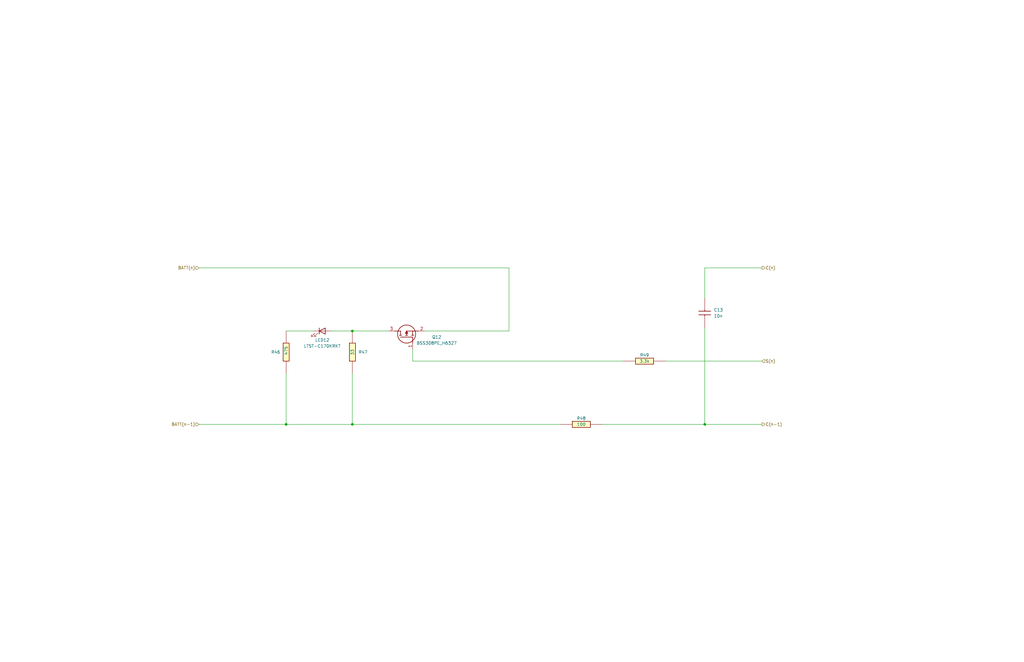
<source format=kicad_sch>
(kicad_sch (version 20230121) (generator eeschema)
  (paper "B")
  (title_block (title "Filter and Balance Cell") (date "2024-08-10") (rev "A") (company "AeroNU - FixedWing"))
  (lib_symbols
    (symbol "FixedWing:AC0805KRX7R8BB103" (pin_numbers hide) (pin_names (offset 0) hide)
      (property "Reference" "C" (at 8.89 6.35 0))
      (property "Value" "10n" (at 8.89 3.81 0))
      (symbol "AC0805KRX7R8BB103_1_1"
        (polyline (pts (xy 5.08 0) (xy 5.588 0)) (stroke (width 0.254)))
        (polyline (pts (xy 5.588 2.54) (xy 5.588 -2.54)) (stroke (width 0.254)))
        (polyline (pts (xy 7.112 0) (xy 7.62 0)) (stroke (width 0.254)))
        (polyline (pts (xy 7.112 2.54) (xy 7.112 -2.54)) (stroke (width 0.254)))
        (pin passive line (at 0 0 0) (length 5.08) (name "1") (number "1"))
        (pin passive line (at 12.7 0 180) (length 5.08) (name "2") (number "2"))
      )
    )
    (symbol "FixedWing:BSS308PE_H6327" (pin_names hide)
      (property "Reference" "Q" (at 11.43 3.81 0))
      (property "Value" "BSS308PE_H6327" (at 11.43 1.27 0))
      (symbol "BSS308PE_H6327_1_1"
        (polyline (pts (xy 2.54 0) (xy 5.08 0)) (stroke (width 0.254)))
        (polyline (pts (xy 5.08 5.08) (xy 5.08 0)) (stroke (width 0.254)))
        (polyline (pts (xy 5.842 -0.508) (xy 5.842 0.508)) (stroke (width 0.254)))
        (polyline (pts (xy 5.842 0) (xy 7.62 0)) (stroke (width 0.254)))
        (polyline (pts (xy 5.842 2.032) (xy 5.842 3.048)) (stroke (width 0.254)))
        (polyline (pts (xy 5.842 5.588) (xy 5.842 4.572)) (stroke (width 0.254)))
        (polyline (pts (xy 7.62 2.54) (xy 5.842 2.54)) (stroke (width 0.254)))
        (polyline (pts (xy 7.62 2.54) (xy 7.62 -2.54)) (stroke (width 0.254)))
        (polyline (pts (xy 7.62 5.08) (xy 5.842 5.08)) (stroke (width 0.254)))
        (polyline (pts (xy 7.62 5.08) (xy 7.62 7.62)) (stroke (width 0.254)))
        (polyline (pts (xy 7.62 2.54) (xy 6.604 3.048) (xy 6.604 2.032) (xy 7.62 2.54)) (stroke (width 0.254)) (fill (type outline)))
        (circle (center 6.35 2.54) (radius 3.81) (stroke (width 0.254)))
        (pin passive line (at 0 0 0) (length 2.54) (name "G") (number "1"))
        (pin passive line (at 7.62 -5.08 90) (length 2.54) (name "S") (number "2"))
        (pin passive line (at 7.62 10.16 270) (length 2.54) (name "D") (number "3"))
      )
    )
    (symbol "FixedWing:CRCW0805100RFKEA" (pin_numbers hide) (pin_names (offset 0) hide)
      (property "Reference" "R" (at 13.97 6.35 0))
      (property "Value" "100" (at 13.97 3.81 0))
      (symbol "CRCW0805100RFKEA_1_1"
        (rectangle (start 5.08 1.27) (end 12.7 -1.27) (stroke (width 0.254)) (fill (type background)))
        (pin passive line (at 0 0 0) (length 5.08) (name "1") (number "1"))
        (pin passive line (at 17.78 0 180) (length 5.08) (name "2") (number "2"))
      )
    )
    (symbol "FixedWing:CRCW08053K30JNEA" (pin_numbers hide) (pin_names (offset 0) hide)
      (property "Reference" "R" (at 12.7 6.35 0))
      (property "Value" "3.3k" (at 12.7 3.81 0))
      (symbol "CRCW08053K30JNEA_1_1"
        (rectangle (start 5.08 1.27) (end 12.7 -1.27) (stroke (width 0.254)) (fill (type background)))
        (pin passive line (at 0 0 0) (length 5.08) (name "1") (number "1"))
        (pin passive line (at 17.78 0 180) (length 5.08) (name "2") (number "2"))
      )
    )
    (symbol "FixedWing:CRCW0805475RFKEA" (pin_numbers hide) (pin_names (offset 0) hide)
      (property "Reference" "R" (at 13.97 6.35 0))
      (property "Value" "475" (at 13.97 3.81 0))
      (symbol "CRCW0805475RFKEA_1_1"
        (rectangle (start 5.08 1.27) (end 12.7 -1.27) (stroke (width 0.254)) (fill (type background)))
        (pin passive line (at 0 0 0) (length 5.08) (name "1") (number "1"))
        (pin passive line (at 17.78 0 180) (length 5.08) (name "2") (number "2"))
      )
    )
    (symbol "FixedWing:CRCW251233R0FKEG" (pin_numbers hide) (pin_names (offset 0) hide)
      (property "Reference" "R" (at 13.97 6.35 0))
      (property "Value" "33" (at 13.97 3.81 0))
      (symbol "CRCW251233R0FKEG_1_1"
        (rectangle (start 5.08 1.27) (end 12.7 -1.27) (stroke (width 0.254)) (fill (type background)))
        (pin passive line (at 0 0 0) (length 5.08) (name "1") (number "1"))
        (pin passive line (at 17.78 0 180) (length 5.08) (name "2") (number "2"))
      )
    )
    (symbol "FixedWing:LTST-C170KRKT" (pin_numbers hide) (pin_names (offset 0) hide)
      (property "Reference" "LED" (at 10.795 6.858 0))
      (property "Value" "LTST-C170KRKT" (at 10.795 4.318 0))
      (symbol "LTST-C170KRKT_0_1"
        (polyline (pts (xy 2.54 -1.27) (xy 2.54 1.27)) (stroke (width 0.254)))
        (polyline (pts (xy 2.54 0) (xy 5.08 0)))
        (polyline (pts (xy 5.08 -1.27) (xy 5.08 1.27) (xy 2.54 0) (xy 5.08 -1.27)) (stroke (width 0.254)))
        (polyline (pts (xy 0.762 -0.762) (xy -0.762 -2.286) (xy 0 -2.286) (xy -0.762 -2.286) (xy -0.762 -1.524)))
        (polyline (pts (xy 2.032 -0.762) (xy 0.508 -2.286) (xy 1.27 -2.286) (xy 0.508 -2.286) (xy 0.508 -1.524)))
      )
      (symbol "LTST-C170KRKT_1_1"
        (pin passive line (at 0 0 0) (length 2.54) (name "K") (number "1"))
        (pin passive line (at 7.62 0 180) (length 2.54) (name "A") (number "2"))
      )
    )
  )
  (junction (at 297.18 179.07))
  (junction (at 120.65 179.07))
  (junction (at 148.59 139.7))
  (junction (at 148.59 179.07))
  (wire (pts (xy 148.59 179.07) (xy 148.59 157.48)))
  (wire (pts (xy 254 179.07) (xy 297.18 179.07)))
  (wire (pts (xy 120.65 179.07) (xy 148.59 179.07)))
  (wire (pts (xy 120.65 179.07) (xy 120.65 157.48)))
  (wire (pts (xy 297.18 179.07) (xy 321.31 179.07)))
  (wire (pts (xy 139.7 139.7) (xy 148.59 139.7)))
  (wire (pts (xy 297.18 113.03) (xy 321.31 113.03)))
  (wire (pts (xy 148.59 139.7) (xy 163.83 139.7)))
  (wire (pts (xy 179.07 139.7) (xy 214.63 139.7)))
  (wire (pts (xy 83.82 113.03) (xy 214.63 113.03)))
  (wire (pts (xy 297.18 138.43) (xy 297.18 179.07)))
  (wire (pts (xy 148.59 179.07) (xy 236.22 179.07)))
  (wire (pts (xy 173.99 147.32) (xy 173.99 152.4)))
  (wire (pts (xy 297.18 113.03) (xy 297.18 125.73)))
  (wire (pts (xy 280.67 152.4) (xy 321.31 152.4)))
  (wire (pts (xy 132.08 139.7) (xy 120.65 139.7)))
  (wire (pts (xy 173.99 152.4) (xy 262.89 152.4)))
  (wire (pts (xy 214.63 113.03) (xy 214.63 139.7)))
  (wire (pts (xy 83.82 179.07) (xy 120.65 179.07)))
  (hierarchical_label "BATT(n)" (shape input) (at 83.82 113.03 180))
  (hierarchical_label "C(n-1)" (shape output) (at 321.31 179.07 0))
  (hierarchical_label "BATT(n-1)" (shape input) (at 83.82 179.07 180))
  (hierarchical_label "C(n)" (shape output) (at 321.31 113.03 0))
  (hierarchical_label "S(n)" (shape input) (at 321.31 152.4 0))
  (symbol (lib_id "FixedWing:LTST-C170KRKT") (at 132.08 139.7 0) (unit 1)
    (property "Reference" "LED12" (at 135.89 143.51 0))
    (property "Value" "LTST-C170KRKT" (at 135.89 146.05 0))
    (property "Footprint" "LEDC2012X120N" (effects hide))
    (property "Datasheet" "https://componentsearchengine.com/Datasheets/1/LTST-C170KRKT.pdf" (effects hide))
    (property "Height" "1.2" (effects hide))
    (property "Mouser Part Number" "859-LTST-C170KRKT" (effects hide))
    (property "Mouser Price/Stock" "https://www.mouser.co.uk/ProductDetail/Lite-On/LTST-C170KRKT?qs=NUb82WqeCyrVOID%2Fxt4rgA%3D%3D" (effects hide))
    (property "Manufacturer_Name" "Lite-On" (effects hide))
    (property "Manufacturer_Part_Number" "LTST-C170KRKT" (effects hide))
    (instances (project "bms-board" (path "" (reference "LED12") (unit 1)) (path "" (reference "LED11") (unit 1)) (path "" (reference "LED10") (unit 1)) (path "" (reference "LED9") (unit 1)) (path "" (reference "LED8") (unit 1)) (path "" (reference "LED7") (unit 1)) (path "" (reference "LED6") (unit 1)) (path "" (reference "LED5") (unit 1)) (path "" (reference "LED4") (unit 1)) (path "" (reference "LED3") (unit 1)) (path "" (reference "LED2") (unit 1)) (path "" (reference "LED1") (unit 1))))
  )
  (symbol (lib_id "FixedWing:BSS308PE_H6327") (at 173.99 147.32 90) (unit 1)
    (property "Reference" "Q12" (at 184.15 142.24 90))
    (property "Value" "BSS308PE_H6327" (at 184.15 144.78 90))
    (property "Footprint" "SOT95P260X110-3N" (effects hide))
    (property "Datasheet" "https://componentsearchengine.com/Datasheets/1/BSS308PE H6327.pdf" (effects hide))
    (property "Height" "1.1" (effects hide))
    (property "Mouser Part Number" "726-BSS308PEH6327" (effects hide))
    (property "Mouser Price/Stock" "https://www.mouser.co.uk/ProductDetail/Infineon-Technologies/BSS308PE-H6327?qs=oPPfIaWL1l0trIaeR9VW8A%3D%3D" (effects hide))
    (property "Manufacturer_Name" "Infineon" (effects hide))
    (property "Manufacturer_Part_Number" "BSS308PE H6327" (effects hide))
    (instances (project "bms-board" (path "" (reference "Q12") (unit 1)) (path "" (reference "Q11") (unit 1)) (path "" (reference "Q10") (unit 1)) (path "" (reference "Q9") (unit 1)) (path "" (reference "Q8") (unit 1)) (path "" (reference "Q7") (unit 1)) (path "" (reference "Q6") (unit 1)) (path "" (reference "Q5") (unit 1)) (path "" (reference "Q4") (unit 1)) (path "" (reference "Q3") (unit 1)) (path "" (reference "Q2") (unit 1)) (path "" (reference "Q1") (unit 1))))
  )
  (symbol (lib_id "FixedWing:CRCW08053K30JNEA") (at 280.67 152.4 0) (mirror y) (unit 1)
    (property "Reference" "R49" (at 271.78 149.86 0))
    (property "Value" "3.3k" (at 271.78 152.4 0))
    (property "Footprint" "RESC2012X50N" (effects hide))
    (property "Datasheet" "http://www.vishay.com/docs/20035/dcrcwe3.pdf" (effects hide))
    (property "Height" "0.5" (effects hide))
    (property "Mouser Part Number" "71-CRCW08053K30JNEA" (effects hide))
    (property "Mouser Price/Stock" "https://www.mouser.co.uk/ProductDetail/Vishay-Dale/CRCW08053K30JNEA?qs=kJXytlGtIWm66zs041a78Q%3D%3D" (effects hide))
    (property "Manufacturer_Name" "Vishay" (effects hide))
    (property "Manufacturer_Part_Number" "CRCW08053K30JNEA" (effects hide))
    (instances (project "bms-board" (path "" (reference "R49") (unit 1)) (path "" (reference "R45") (unit 1)) (path "" (reference "R41") (unit 1)) (path "" (reference "R37") (unit 1)) (path "" (reference "R33") (unit 1)) (path "" (reference "R29") (unit 1)) (path "" (reference "R25") (unit 1)) (path "" (reference "R21") (unit 1)) (path "" (reference "R17") (unit 1)) (path "" (reference "R13") (unit 1)) (path "" (reference "R9") (unit 1)) (path "" (reference "R5") (unit 1))))
  )
  (symbol (lib_id "FixedWing:CRCW0805100RFKEA") (at 236.22 179.07 0) (unit 1)
    (property "Reference" "R48" (at 245.11 176.53 0))
    (property "Value" "100" (at 245.11 179.07 0))
    (property "Footprint" "RESC2012X50N" (effects hide))
    (property "Datasheet" "http://www.vishay.com/docs/20035/dcrcwe3.pdf" (effects hide))
    (property "Height" "0.5" (effects hide))
    (property "Mouser Part Number" "71-CRCW0805-100-E3" (effects hide))
    (property "Mouser Price/Stock" "https://www.mouser.co.uk/ProductDetail/Vishay-Dale/CRCW0805100RFKEA?qs=LOX6nxTstiYDPDKmuLyNLw%3D%3D" (effects hide))
    (property "Manufacturer_Name" "Vishay" (effects hide))
    (property "Manufacturer_Part_Number" "CRCW0805100RFKEA" (effects hide))
    (instances (project "bms-board" (path "" (reference "R48") (unit 1)) (path "" (reference "R44") (unit 1)) (path "" (reference "R40") (unit 1)) (path "" (reference "R36") (unit 1)) (path "" (reference "R32") (unit 1)) (path "" (reference "R28") (unit 1)) (path "" (reference "R24") (unit 1)) (path "" (reference "R20") (unit 1)) (path "" (reference "R16") (unit 1)) (path "" (reference "R12") (unit 1)) (path "" (reference "R8") (unit 1)) (path "" (reference "R4") (unit 1))))
  )
  (symbol (lib_id "FixedWing:CRCW251233R0FKEG") (at 148.59 157.48 90) (unit 1)
    (property "Reference" "R47" (at 151.13 148.59 90) (effects (justify right)))
    (property "Value" "33" (at 148.59 147.32 0) (effects (justify right)))
    (property "Footprint" "FixedWing:RESC6332X70N" (effects hide))
    (property "Datasheet" "http://www.vishay.com/docs/20035/dcrcwe3.pdf" (effects hide))
    (property "Height" "0.7" (effects hide))
    (property "Manufacturer_Name" "Vishay" (effects hide))
    (property "Manufacturer_Part_Number" "CRCW251233R0FKEG" (effects hide))
    (instances (project "bms-board" (path "" (reference "R47") (unit 1)) (path "" (reference "R43") (unit 1)) (path "" (reference "R39") (unit 1)) (path "" (reference "R35") (unit 1)) (path "" (reference "R31") (unit 1)) (path "" (reference "R27") (unit 1)) (path "" (reference "R23") (unit 1)) (path "" (reference "R19") (unit 1)) (path "" (reference "R15") (unit 1)) (path "" (reference "R11") (unit 1)) (path "" (reference "R7") (unit 1)) (path "" (reference "R3") (unit 1))))
  )
  (symbol (lib_id "FixedWing:AC0805KRX7R8BB103") (at 297.18 125.73 270) (unit 1)
    (property "Reference" "C13" (at 300.99 130.81 90) (effects (justify left)))
    (property "Value" "10n" (at 300.99 133.35 90) (effects (justify left)))
    (property "Footprint" "FixedWing:CAPC2012X95N" (effects hide))
    (property "Datasheet" "https://www.yageo.com/en/ProductSearch/PartNumberSearch?part_number=AC0805KRX7R8BB103" (effects hide))
    (property "Height" "0.95" (effects hide))
    (property "Mouser Part Number" "603-AC805KRX7R8BB103" (effects hide))
    (property "Mouser Price/Stock" "https://www.mouser.co.uk/ProductDetail/YAGEO/AC0805KRX7R8BB103?qs=WS5Jv%252B%252Bx1qWanT8XqjMqIQ%3D%3D" (effects hide))
    (property "Manufacturer_Name" "YAGEO" (effects hide))
    (property "Manufacturer_Part_Number" "AC0805KRX7R8BB103" (effects hide))
    (instances (project "bms-board" (path "" (reference "C13") (unit 1)) (path "" (reference "C12") (unit 1)) (path "" (reference "C11") (unit 1)) (path "" (reference "C10") (unit 1)) (path "" (reference "C9") (unit 1)) (path "" (reference "C8") (unit 1)) (path "" (reference "C7") (unit 1)) (path "" (reference "C6") (unit 1)) (path "" (reference "C5") (unit 1)) (path "" (reference "C4") (unit 1)) (path "" (reference "C3") (unit 1)) (path "" (reference "C2") (unit 1))))
  )
  (symbol (lib_id "FixedWing:CRCW0805475RFKEA") (at 120.65 157.48 90) (unit 1)
    (property "Reference" "R46" (at 114.3 148.59 90) (effects (justify right)))
    (property "Value" "475" (at 120.65 146.05 0) (effects (justify right)))
    (property "Footprint" "RESC2012X50N" (effects hide))
    (property "Datasheet" "http://www.vishay.com/docs/20035/dcrcwe3.pdf" (effects hide))
    (property "Height" "0.5" (effects hide))
    (property "Mouser Part Number" "71-CRCW0805-475-E3" (effects hide))
    (property "Mouser Price/Stock" "https://www.mouser.co.uk/ProductDetail/Vishay-Dale/CRCW0805475RFKEA?qs=H9nSDuxQXAGtYh6oNsznQg%3D%3D" (effects hide))
    (property "Manufacturer_Name" "Vishay" (effects hide))
    (property "Manufacturer_Part_Number" "CRCW0805475RFKEA" (effects hide))
    (instances (project "bms-board" (path "" (reference "R46") (unit 1)) (path "" (reference "R42") (unit 1)) (path "" (reference "R38") (unit 1)) (path "" (reference "R34") (unit 1)) (path "" (reference "R30") (unit 1)) (path "" (reference "R26") (unit 1)) (path "" (reference "R22") (unit 1)) (path "" (reference "R18") (unit 1)) (path "" (reference "R14") (unit 1)) (path "" (reference "R10") (unit 1)) (path "" (reference "R6") (unit 1)) (path "" (reference "R2") (unit 1))))
  )
)
</source>
